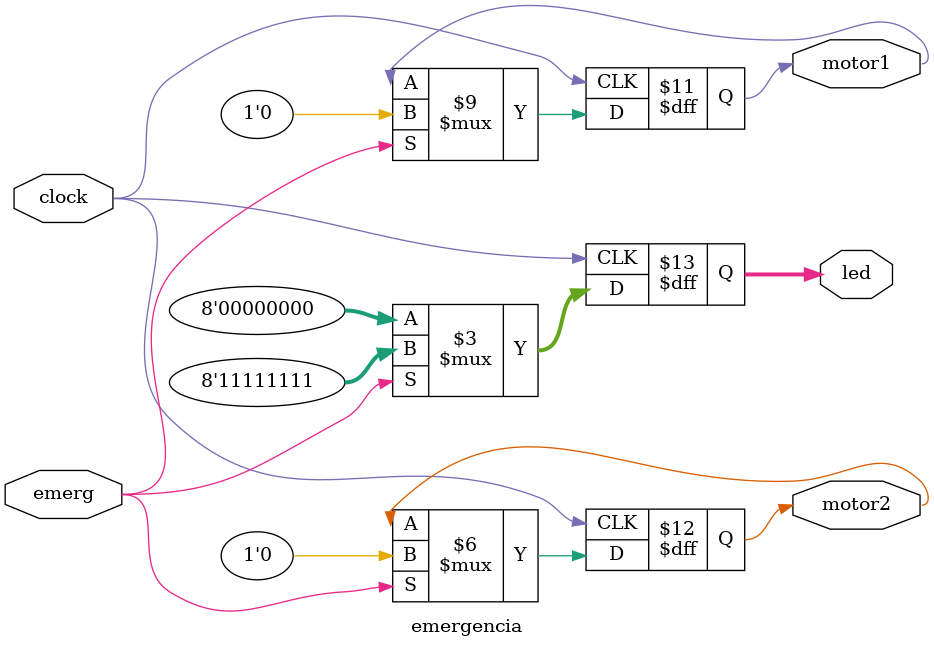
<source format=v>
module emergencia(
	input emerg,clock,
	output reg[0:0] motor1,
	output reg[0:0] motor2,
	output reg[7:0] led
);

always@(posedge clock)
	begin
		if(emerg)
			begin
				led <= 8'b11111111;
				motor1 <= 0;
				motor2 <= 0;
			end
		else led <= 8'b00000000;
	end
endmodule

</source>
